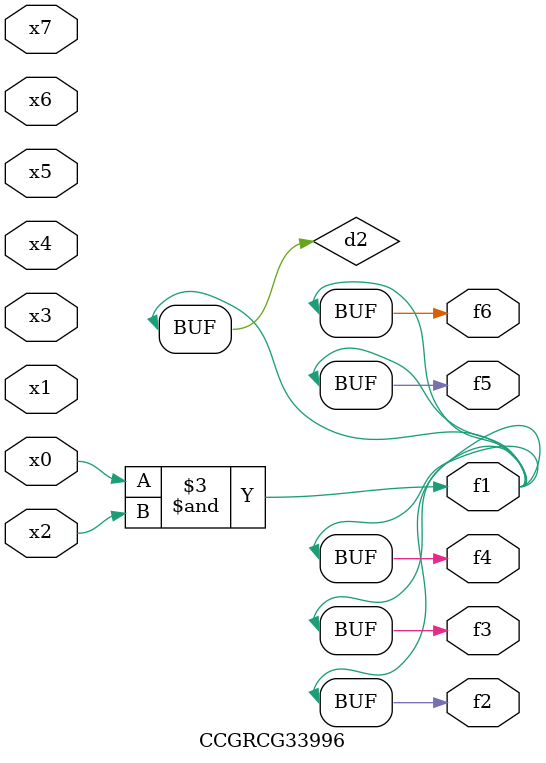
<source format=v>
module CCGRCG33996(
	input x0, x1, x2, x3, x4, x5, x6, x7,
	output f1, f2, f3, f4, f5, f6
);

	wire d1, d2;

	nor (d1, x3, x6);
	and (d2, x0, x2);
	assign f1 = d2;
	assign f2 = d2;
	assign f3 = d2;
	assign f4 = d2;
	assign f5 = d2;
	assign f6 = d2;
endmodule

</source>
